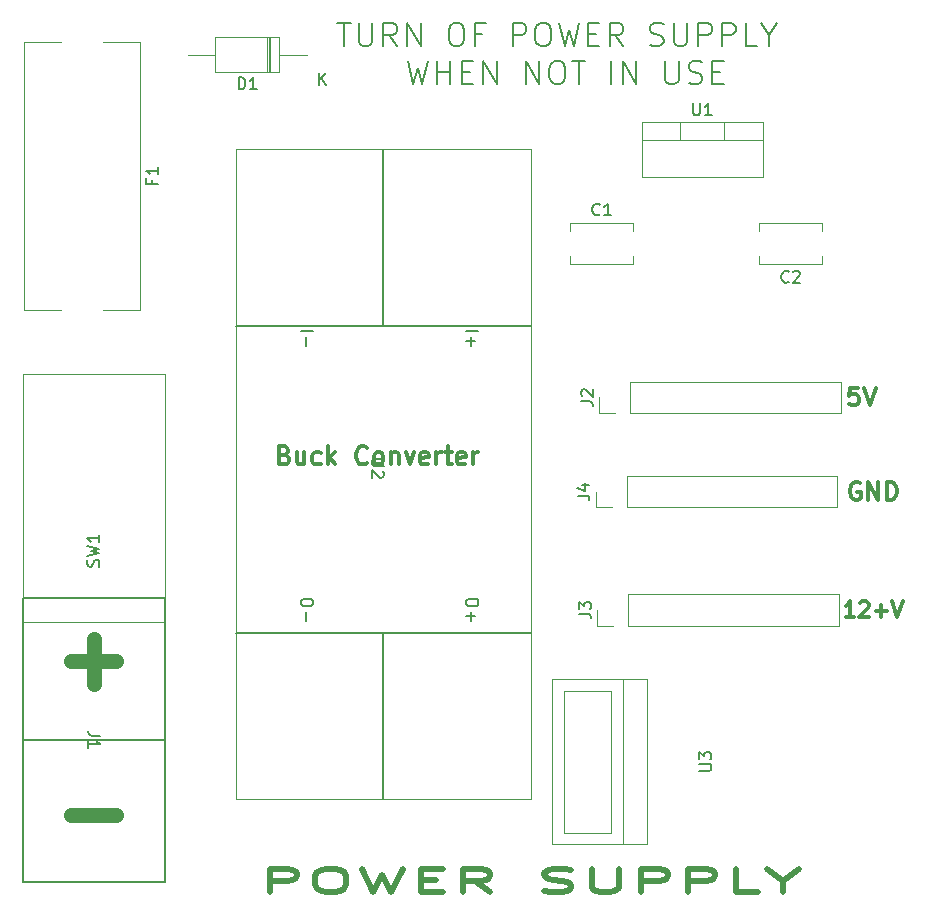
<source format=gbr>
%TF.GenerationSoftware,KiCad,Pcbnew,(6.0.4)*%
%TF.CreationDate,2022-09-19T22:09:22+05:30*%
%TF.ProjectId,fullsupply,66756c6c-7375-4707-906c-792e6b696361,rev?*%
%TF.SameCoordinates,Original*%
%TF.FileFunction,Legend,Top*%
%TF.FilePolarity,Positive*%
%FSLAX46Y46*%
G04 Gerber Fmt 4.6, Leading zero omitted, Abs format (unit mm)*
G04 Created by KiCad (PCBNEW (6.0.4)) date 2022-09-19 22:09:22*
%MOMM*%
%LPD*%
G01*
G04 APERTURE LIST*
%ADD10C,0.150000*%
%ADD11C,0.500000*%
%ADD12C,0.300000*%
%ADD13C,1.250000*%
%ADD14C,0.120000*%
G04 APERTURE END LIST*
D10*
X97000000Y-130000000D02*
X122000000Y-130000000D01*
X79000000Y-127000000D02*
X91000000Y-127000000D01*
X91000000Y-127000000D02*
X91000000Y-151000000D01*
X91000000Y-151000000D02*
X79000000Y-151000000D01*
X79000000Y-151000000D02*
X79000000Y-127000000D01*
X109500000Y-104000000D02*
X109500000Y-89000000D01*
X97000000Y-104000000D02*
X122000000Y-104000000D01*
X91000000Y-139000000D02*
X79000000Y-139000000D01*
X109500000Y-130000000D02*
X109500000Y-144000000D01*
D11*
X99904761Y-151904761D02*
X99904761Y-149904761D01*
X101428571Y-149904761D01*
X101809523Y-150000000D01*
X102000000Y-150095238D01*
X102190476Y-150285714D01*
X102190476Y-150571428D01*
X102000000Y-150761904D01*
X101809523Y-150857142D01*
X101428571Y-150952380D01*
X99904761Y-150952380D01*
X104666666Y-149904761D02*
X105428571Y-149904761D01*
X105809523Y-150000000D01*
X106190476Y-150190476D01*
X106380952Y-150571428D01*
X106380952Y-151238095D01*
X106190476Y-151619047D01*
X105809523Y-151809523D01*
X105428571Y-151904761D01*
X104666666Y-151904761D01*
X104285714Y-151809523D01*
X103904761Y-151619047D01*
X103714285Y-151238095D01*
X103714285Y-150571428D01*
X103904761Y-150190476D01*
X104285714Y-150000000D01*
X104666666Y-149904761D01*
X107714285Y-149904761D02*
X108666666Y-151904761D01*
X109428571Y-150476190D01*
X110190476Y-151904761D01*
X111142857Y-149904761D01*
X112666666Y-150857142D02*
X114000000Y-150857142D01*
X114571428Y-151904761D02*
X112666666Y-151904761D01*
X112666666Y-149904761D01*
X114571428Y-149904761D01*
X118571428Y-151904761D02*
X117238095Y-150952380D01*
X116285714Y-151904761D02*
X116285714Y-149904761D01*
X117809523Y-149904761D01*
X118190476Y-150000000D01*
X118380952Y-150095238D01*
X118571428Y-150285714D01*
X118571428Y-150571428D01*
X118380952Y-150761904D01*
X118190476Y-150857142D01*
X117809523Y-150952380D01*
X116285714Y-150952380D01*
X123142857Y-151809523D02*
X123714285Y-151904761D01*
X124666666Y-151904761D01*
X125047619Y-151809523D01*
X125238095Y-151714285D01*
X125428571Y-151523809D01*
X125428571Y-151333333D01*
X125238095Y-151142857D01*
X125047619Y-151047619D01*
X124666666Y-150952380D01*
X123904761Y-150857142D01*
X123523809Y-150761904D01*
X123333333Y-150666666D01*
X123142857Y-150476190D01*
X123142857Y-150285714D01*
X123333333Y-150095238D01*
X123523809Y-150000000D01*
X123904761Y-149904761D01*
X124857142Y-149904761D01*
X125428571Y-150000000D01*
X127142857Y-149904761D02*
X127142857Y-151523809D01*
X127333333Y-151714285D01*
X127523809Y-151809523D01*
X127904761Y-151904761D01*
X128666666Y-151904761D01*
X129047619Y-151809523D01*
X129238095Y-151714285D01*
X129428571Y-151523809D01*
X129428571Y-149904761D01*
X131333333Y-151904761D02*
X131333333Y-149904761D01*
X132857142Y-149904761D01*
X133238095Y-150000000D01*
X133428571Y-150095238D01*
X133619047Y-150285714D01*
X133619047Y-150571428D01*
X133428571Y-150761904D01*
X133238095Y-150857142D01*
X132857142Y-150952380D01*
X131333333Y-150952380D01*
X135333333Y-151904761D02*
X135333333Y-149904761D01*
X136857142Y-149904761D01*
X137238095Y-150000000D01*
X137428571Y-150095238D01*
X137619047Y-150285714D01*
X137619047Y-150571428D01*
X137428571Y-150761904D01*
X137238095Y-150857142D01*
X136857142Y-150952380D01*
X135333333Y-150952380D01*
X141238095Y-151904761D02*
X139333333Y-151904761D01*
X139333333Y-149904761D01*
X143333333Y-150952380D02*
X143333333Y-151904761D01*
X142000000Y-149904761D02*
X143333333Y-150952380D01*
X144666666Y-149904761D01*
D12*
X149714285Y-109178571D02*
X149000000Y-109178571D01*
X148928571Y-109892857D01*
X149000000Y-109821428D01*
X149142857Y-109750000D01*
X149500000Y-109750000D01*
X149642857Y-109821428D01*
X149714285Y-109892857D01*
X149785714Y-110035714D01*
X149785714Y-110392857D01*
X149714285Y-110535714D01*
X149642857Y-110607142D01*
X149500000Y-110678571D01*
X149142857Y-110678571D01*
X149000000Y-110607142D01*
X148928571Y-110535714D01*
X150214285Y-109178571D02*
X150714285Y-110678571D01*
X151214285Y-109178571D01*
D13*
X83095238Y-132357142D02*
X86904761Y-132357142D01*
X85000000Y-134261904D02*
X85000000Y-130452380D01*
D12*
X149390476Y-128588095D02*
X148647619Y-128588095D01*
X149019047Y-128588095D02*
X149019047Y-127288095D01*
X148895238Y-127473809D01*
X148771428Y-127597619D01*
X148647619Y-127659523D01*
X149885714Y-127411904D02*
X149947619Y-127350000D01*
X150071428Y-127288095D01*
X150380952Y-127288095D01*
X150504761Y-127350000D01*
X150566666Y-127411904D01*
X150628571Y-127535714D01*
X150628571Y-127659523D01*
X150566666Y-127845238D01*
X149823809Y-128588095D01*
X150628571Y-128588095D01*
X151185714Y-128092857D02*
X152176190Y-128092857D01*
X151680952Y-128588095D02*
X151680952Y-127597619D01*
X152609523Y-127288095D02*
X153042857Y-128588095D01*
X153476190Y-127288095D01*
D10*
X105619047Y-78294761D02*
X106761904Y-78294761D01*
X106190476Y-80294761D02*
X106190476Y-78294761D01*
X107428571Y-78294761D02*
X107428571Y-79913809D01*
X107523809Y-80104285D01*
X107619047Y-80199523D01*
X107809523Y-80294761D01*
X108190476Y-80294761D01*
X108380952Y-80199523D01*
X108476190Y-80104285D01*
X108571428Y-79913809D01*
X108571428Y-78294761D01*
X110666666Y-80294761D02*
X110000000Y-79342380D01*
X109523809Y-80294761D02*
X109523809Y-78294761D01*
X110285714Y-78294761D01*
X110476190Y-78390000D01*
X110571428Y-78485238D01*
X110666666Y-78675714D01*
X110666666Y-78961428D01*
X110571428Y-79151904D01*
X110476190Y-79247142D01*
X110285714Y-79342380D01*
X109523809Y-79342380D01*
X111523809Y-80294761D02*
X111523809Y-78294761D01*
X112666666Y-80294761D01*
X112666666Y-78294761D01*
X115523809Y-78294761D02*
X115904761Y-78294761D01*
X116095238Y-78390000D01*
X116285714Y-78580476D01*
X116380952Y-78961428D01*
X116380952Y-79628095D01*
X116285714Y-80009047D01*
X116095238Y-80199523D01*
X115904761Y-80294761D01*
X115523809Y-80294761D01*
X115333333Y-80199523D01*
X115142857Y-80009047D01*
X115047619Y-79628095D01*
X115047619Y-78961428D01*
X115142857Y-78580476D01*
X115333333Y-78390000D01*
X115523809Y-78294761D01*
X117904761Y-79247142D02*
X117238095Y-79247142D01*
X117238095Y-80294761D02*
X117238095Y-78294761D01*
X118190476Y-78294761D01*
X120476190Y-80294761D02*
X120476190Y-78294761D01*
X121238095Y-78294761D01*
X121428571Y-78390000D01*
X121523809Y-78485238D01*
X121619047Y-78675714D01*
X121619047Y-78961428D01*
X121523809Y-79151904D01*
X121428571Y-79247142D01*
X121238095Y-79342380D01*
X120476190Y-79342380D01*
X122857142Y-78294761D02*
X123238095Y-78294761D01*
X123428571Y-78390000D01*
X123619047Y-78580476D01*
X123714285Y-78961428D01*
X123714285Y-79628095D01*
X123619047Y-80009047D01*
X123428571Y-80199523D01*
X123238095Y-80294761D01*
X122857142Y-80294761D01*
X122666666Y-80199523D01*
X122476190Y-80009047D01*
X122380952Y-79628095D01*
X122380952Y-78961428D01*
X122476190Y-78580476D01*
X122666666Y-78390000D01*
X122857142Y-78294761D01*
X124380952Y-78294761D02*
X124857142Y-80294761D01*
X125238095Y-78866190D01*
X125619047Y-80294761D01*
X126095238Y-78294761D01*
X126857142Y-79247142D02*
X127523809Y-79247142D01*
X127809523Y-80294761D02*
X126857142Y-80294761D01*
X126857142Y-78294761D01*
X127809523Y-78294761D01*
X129809523Y-80294761D02*
X129142857Y-79342380D01*
X128666666Y-80294761D02*
X128666666Y-78294761D01*
X129428571Y-78294761D01*
X129619047Y-78390000D01*
X129714285Y-78485238D01*
X129809523Y-78675714D01*
X129809523Y-78961428D01*
X129714285Y-79151904D01*
X129619047Y-79247142D01*
X129428571Y-79342380D01*
X128666666Y-79342380D01*
X132095238Y-80199523D02*
X132380952Y-80294761D01*
X132857142Y-80294761D01*
X133047619Y-80199523D01*
X133142857Y-80104285D01*
X133238095Y-79913809D01*
X133238095Y-79723333D01*
X133142857Y-79532857D01*
X133047619Y-79437619D01*
X132857142Y-79342380D01*
X132476190Y-79247142D01*
X132285714Y-79151904D01*
X132190476Y-79056666D01*
X132095238Y-78866190D01*
X132095238Y-78675714D01*
X132190476Y-78485238D01*
X132285714Y-78390000D01*
X132476190Y-78294761D01*
X132952380Y-78294761D01*
X133238095Y-78390000D01*
X134095238Y-78294761D02*
X134095238Y-79913809D01*
X134190476Y-80104285D01*
X134285714Y-80199523D01*
X134476190Y-80294761D01*
X134857142Y-80294761D01*
X135047619Y-80199523D01*
X135142857Y-80104285D01*
X135238095Y-79913809D01*
X135238095Y-78294761D01*
X136190476Y-80294761D02*
X136190476Y-78294761D01*
X136952380Y-78294761D01*
X137142857Y-78390000D01*
X137238095Y-78485238D01*
X137333333Y-78675714D01*
X137333333Y-78961428D01*
X137238095Y-79151904D01*
X137142857Y-79247142D01*
X136952380Y-79342380D01*
X136190476Y-79342380D01*
X138190476Y-80294761D02*
X138190476Y-78294761D01*
X138952380Y-78294761D01*
X139142857Y-78390000D01*
X139238095Y-78485238D01*
X139333333Y-78675714D01*
X139333333Y-78961428D01*
X139238095Y-79151904D01*
X139142857Y-79247142D01*
X138952380Y-79342380D01*
X138190476Y-79342380D01*
X141142857Y-80294761D02*
X140190476Y-80294761D01*
X140190476Y-78294761D01*
X142190476Y-79342380D02*
X142190476Y-80294761D01*
X141523809Y-78294761D02*
X142190476Y-79342380D01*
X142857142Y-78294761D01*
X111571428Y-81514761D02*
X112047619Y-83514761D01*
X112428571Y-82086190D01*
X112809523Y-83514761D01*
X113285714Y-81514761D01*
X114047619Y-83514761D02*
X114047619Y-81514761D01*
X114047619Y-82467142D02*
X115190476Y-82467142D01*
X115190476Y-83514761D02*
X115190476Y-81514761D01*
X116142857Y-82467142D02*
X116809523Y-82467142D01*
X117095238Y-83514761D02*
X116142857Y-83514761D01*
X116142857Y-81514761D01*
X117095238Y-81514761D01*
X117952380Y-83514761D02*
X117952380Y-81514761D01*
X119095238Y-83514761D01*
X119095238Y-81514761D01*
X121571428Y-83514761D02*
X121571428Y-81514761D01*
X122714285Y-83514761D01*
X122714285Y-81514761D01*
X124047619Y-81514761D02*
X124428571Y-81514761D01*
X124619047Y-81610000D01*
X124809523Y-81800476D01*
X124904761Y-82181428D01*
X124904761Y-82848095D01*
X124809523Y-83229047D01*
X124619047Y-83419523D01*
X124428571Y-83514761D01*
X124047619Y-83514761D01*
X123857142Y-83419523D01*
X123666666Y-83229047D01*
X123571428Y-82848095D01*
X123571428Y-82181428D01*
X123666666Y-81800476D01*
X123857142Y-81610000D01*
X124047619Y-81514761D01*
X125476190Y-81514761D02*
X126619047Y-81514761D01*
X126047619Y-83514761D02*
X126047619Y-81514761D01*
X128809523Y-83514761D02*
X128809523Y-81514761D01*
X129761904Y-83514761D02*
X129761904Y-81514761D01*
X130904761Y-83514761D01*
X130904761Y-81514761D01*
X133380952Y-81514761D02*
X133380952Y-83133809D01*
X133476190Y-83324285D01*
X133571428Y-83419523D01*
X133761904Y-83514761D01*
X134142857Y-83514761D01*
X134333333Y-83419523D01*
X134428571Y-83324285D01*
X134523809Y-83133809D01*
X134523809Y-81514761D01*
X135380952Y-83419523D02*
X135666666Y-83514761D01*
X136142857Y-83514761D01*
X136333333Y-83419523D01*
X136428571Y-83324285D01*
X136523809Y-83133809D01*
X136523809Y-82943333D01*
X136428571Y-82752857D01*
X136333333Y-82657619D01*
X136142857Y-82562380D01*
X135761904Y-82467142D01*
X135571428Y-82371904D01*
X135476190Y-82276666D01*
X135380952Y-82086190D01*
X135380952Y-81895714D01*
X135476190Y-81705238D01*
X135571428Y-81610000D01*
X135761904Y-81514761D01*
X136238095Y-81514761D01*
X136523809Y-81610000D01*
X137380952Y-82467142D02*
X138047619Y-82467142D01*
X138333333Y-83514761D02*
X137380952Y-83514761D01*
X137380952Y-81514761D01*
X138333333Y-81514761D01*
D13*
X83095238Y-145357142D02*
X86904761Y-145357142D01*
D12*
X149857142Y-117250000D02*
X149714285Y-117178571D01*
X149500000Y-117178571D01*
X149285714Y-117250000D01*
X149142857Y-117392857D01*
X149071428Y-117535714D01*
X149000000Y-117821428D01*
X149000000Y-118035714D01*
X149071428Y-118321428D01*
X149142857Y-118464285D01*
X149285714Y-118607142D01*
X149500000Y-118678571D01*
X149642857Y-118678571D01*
X149857142Y-118607142D01*
X149928571Y-118535714D01*
X149928571Y-118035714D01*
X149642857Y-118035714D01*
X150571428Y-118678571D02*
X150571428Y-117178571D01*
X151428571Y-118678571D01*
X151428571Y-117178571D01*
X152142857Y-118678571D02*
X152142857Y-117178571D01*
X152500000Y-117178571D01*
X152714285Y-117250000D01*
X152857142Y-117392857D01*
X152928571Y-117535714D01*
X153000000Y-117821428D01*
X153000000Y-118035714D01*
X152928571Y-118321428D01*
X152857142Y-118464285D01*
X152714285Y-118607142D01*
X152500000Y-118678571D01*
X152142857Y-118678571D01*
D10*
%TO.C,C2*%
X143833333Y-100207142D02*
X143785714Y-100254761D01*
X143642857Y-100302380D01*
X143547619Y-100302380D01*
X143404761Y-100254761D01*
X143309523Y-100159523D01*
X143261904Y-100064285D01*
X143214285Y-99873809D01*
X143214285Y-99730952D01*
X143261904Y-99540476D01*
X143309523Y-99445238D01*
X143404761Y-99350000D01*
X143547619Y-99302380D01*
X143642857Y-99302380D01*
X143785714Y-99350000D01*
X143833333Y-99397619D01*
X144214285Y-99397619D02*
X144261904Y-99350000D01*
X144357142Y-99302380D01*
X144595238Y-99302380D01*
X144690476Y-99350000D01*
X144738095Y-99397619D01*
X144785714Y-99492857D01*
X144785714Y-99588095D01*
X144738095Y-99730952D01*
X144166666Y-100302380D01*
X144785714Y-100302380D01*
%TO.C,J4*%
X125962380Y-118333333D02*
X126676666Y-118333333D01*
X126819523Y-118380952D01*
X126914761Y-118476190D01*
X126962380Y-118619047D01*
X126962380Y-118714285D01*
X126295714Y-117428571D02*
X126962380Y-117428571D01*
X125914761Y-117666666D02*
X126629047Y-117904761D01*
X126629047Y-117285714D01*
%TO.C,D1*%
X97261904Y-83922380D02*
X97261904Y-82922380D01*
X97500000Y-82922380D01*
X97642857Y-82970000D01*
X97738095Y-83065238D01*
X97785714Y-83160476D01*
X97833333Y-83350952D01*
X97833333Y-83493809D01*
X97785714Y-83684285D01*
X97738095Y-83779523D01*
X97642857Y-83874761D01*
X97500000Y-83922380D01*
X97261904Y-83922380D01*
X98785714Y-83922380D02*
X98214285Y-83922380D01*
X98500000Y-83922380D02*
X98500000Y-82922380D01*
X98404761Y-83065238D01*
X98309523Y-83160476D01*
X98214285Y-83208095D01*
X104088095Y-83552380D02*
X104088095Y-82552380D01*
X104659523Y-83552380D02*
X104230952Y-82980952D01*
X104659523Y-82552380D02*
X104088095Y-83123809D01*
%TO.C,J3*%
X126097380Y-128333333D02*
X126811666Y-128333333D01*
X126954523Y-128380952D01*
X127049761Y-128476190D01*
X127097380Y-128619047D01*
X127097380Y-128714285D01*
X126097380Y-127952380D02*
X126097380Y-127333333D01*
X126478333Y-127666666D01*
X126478333Y-127523809D01*
X126525952Y-127428571D01*
X126573571Y-127380952D01*
X126668809Y-127333333D01*
X126906904Y-127333333D01*
X127002142Y-127380952D01*
X127049761Y-127428571D01*
X127097380Y-127523809D01*
X127097380Y-127809523D01*
X127049761Y-127904761D01*
X127002142Y-127952380D01*
%TO.C,U3*%
X136277380Y-141611904D02*
X137086904Y-141611904D01*
X137182142Y-141564285D01*
X137229761Y-141516666D01*
X137277380Y-141421428D01*
X137277380Y-141230952D01*
X137229761Y-141135714D01*
X137182142Y-141088095D01*
X137086904Y-141040476D01*
X136277380Y-141040476D01*
X136277380Y-140659523D02*
X136277380Y-140040476D01*
X136658333Y-140373809D01*
X136658333Y-140230952D01*
X136705952Y-140135714D01*
X136753571Y-140088095D01*
X136848809Y-140040476D01*
X137086904Y-140040476D01*
X137182142Y-140088095D01*
X137229761Y-140135714D01*
X137277380Y-140230952D01*
X137277380Y-140516666D01*
X137229761Y-140611904D01*
X137182142Y-140659523D01*
%TO.C,C1*%
X127833333Y-94507142D02*
X127785714Y-94554761D01*
X127642857Y-94602380D01*
X127547619Y-94602380D01*
X127404761Y-94554761D01*
X127309523Y-94459523D01*
X127261904Y-94364285D01*
X127214285Y-94173809D01*
X127214285Y-94030952D01*
X127261904Y-93840476D01*
X127309523Y-93745238D01*
X127404761Y-93650000D01*
X127547619Y-93602380D01*
X127642857Y-93602380D01*
X127785714Y-93650000D01*
X127833333Y-93697619D01*
X128785714Y-94602380D02*
X128214285Y-94602380D01*
X128500000Y-94602380D02*
X128500000Y-93602380D01*
X128404761Y-93745238D01*
X128309523Y-93840476D01*
X128214285Y-93888095D01*
%TO.C,J2*%
X126247380Y-110333333D02*
X126961666Y-110333333D01*
X127104523Y-110380952D01*
X127199761Y-110476190D01*
X127247380Y-110619047D01*
X127247380Y-110714285D01*
X126342619Y-109904761D02*
X126295000Y-109857142D01*
X126247380Y-109761904D01*
X126247380Y-109523809D01*
X126295000Y-109428571D01*
X126342619Y-109380952D01*
X126437857Y-109333333D01*
X126533095Y-109333333D01*
X126675952Y-109380952D01*
X127247380Y-109952380D01*
X127247380Y-109333333D01*
%TO.C,J1*%
X85547619Y-138666666D02*
X84833333Y-138666666D01*
X84690476Y-138619047D01*
X84595238Y-138523809D01*
X84547619Y-138380952D01*
X84547619Y-138285714D01*
X84547619Y-139666666D02*
X84547619Y-139095238D01*
X84547619Y-139380952D02*
X85547619Y-139380952D01*
X85404761Y-139285714D01*
X85309523Y-139190476D01*
X85261904Y-139095238D01*
D12*
%TO.C,Buck Converter*%
X101162285Y-114891142D02*
X101380000Y-114963714D01*
X101452571Y-115036285D01*
X101525142Y-115181428D01*
X101525142Y-115399142D01*
X101452571Y-115544285D01*
X101380000Y-115616857D01*
X101234857Y-115689428D01*
X100654285Y-115689428D01*
X100654285Y-114165428D01*
X101162285Y-114165428D01*
X101307428Y-114238000D01*
X101380000Y-114310571D01*
X101452571Y-114455714D01*
X101452571Y-114600857D01*
X101380000Y-114746000D01*
X101307428Y-114818571D01*
X101162285Y-114891142D01*
X100654285Y-114891142D01*
X102831428Y-114673428D02*
X102831428Y-115689428D01*
X102178285Y-114673428D02*
X102178285Y-115471714D01*
X102250857Y-115616857D01*
X102396000Y-115689428D01*
X102613714Y-115689428D01*
X102758857Y-115616857D01*
X102831428Y-115544285D01*
X104210285Y-115616857D02*
X104065142Y-115689428D01*
X103774857Y-115689428D01*
X103629714Y-115616857D01*
X103557142Y-115544285D01*
X103484571Y-115399142D01*
X103484571Y-114963714D01*
X103557142Y-114818571D01*
X103629714Y-114746000D01*
X103774857Y-114673428D01*
X104065142Y-114673428D01*
X104210285Y-114746000D01*
X104863428Y-115689428D02*
X104863428Y-114165428D01*
X105008571Y-115108857D02*
X105444000Y-115689428D01*
X105444000Y-114673428D02*
X104863428Y-115254000D01*
X108129142Y-115544285D02*
X108056571Y-115616857D01*
X107838857Y-115689428D01*
X107693714Y-115689428D01*
X107476000Y-115616857D01*
X107330857Y-115471714D01*
X107258285Y-115326571D01*
X107185714Y-115036285D01*
X107185714Y-114818571D01*
X107258285Y-114528285D01*
X107330857Y-114383142D01*
X107476000Y-114238000D01*
X107693714Y-114165428D01*
X107838857Y-114165428D01*
X108056571Y-114238000D01*
X108129142Y-114310571D01*
X109000000Y-115689428D02*
X108854857Y-115616857D01*
X108782285Y-115544285D01*
X108709714Y-115399142D01*
X108709714Y-114963714D01*
X108782285Y-114818571D01*
X108854857Y-114746000D01*
X109000000Y-114673428D01*
X109217714Y-114673428D01*
X109362857Y-114746000D01*
X109435428Y-114818571D01*
X109508000Y-114963714D01*
X109508000Y-115399142D01*
X109435428Y-115544285D01*
X109362857Y-115616857D01*
X109217714Y-115689428D01*
X109000000Y-115689428D01*
X110161142Y-114673428D02*
X110161142Y-115689428D01*
X110161142Y-114818571D02*
X110233714Y-114746000D01*
X110378857Y-114673428D01*
X110596571Y-114673428D01*
X110741714Y-114746000D01*
X110814285Y-114891142D01*
X110814285Y-115689428D01*
X111394857Y-114673428D02*
X111757714Y-115689428D01*
X112120571Y-114673428D01*
X113281714Y-115616857D02*
X113136571Y-115689428D01*
X112846285Y-115689428D01*
X112701142Y-115616857D01*
X112628571Y-115471714D01*
X112628571Y-114891142D01*
X112701142Y-114746000D01*
X112846285Y-114673428D01*
X113136571Y-114673428D01*
X113281714Y-114746000D01*
X113354285Y-114891142D01*
X113354285Y-115036285D01*
X112628571Y-115181428D01*
X114007428Y-115689428D02*
X114007428Y-114673428D01*
X114007428Y-114963714D02*
X114080000Y-114818571D01*
X114152571Y-114746000D01*
X114297714Y-114673428D01*
X114442857Y-114673428D01*
X114733142Y-114673428D02*
X115313714Y-114673428D01*
X114950857Y-114165428D02*
X114950857Y-115471714D01*
X115023428Y-115616857D01*
X115168571Y-115689428D01*
X115313714Y-115689428D01*
X116402285Y-115616857D02*
X116257142Y-115689428D01*
X115966857Y-115689428D01*
X115821714Y-115616857D01*
X115749142Y-115471714D01*
X115749142Y-114891142D01*
X115821714Y-114746000D01*
X115966857Y-114673428D01*
X116257142Y-114673428D01*
X116402285Y-114746000D01*
X116474857Y-114891142D01*
X116474857Y-115036285D01*
X115749142Y-115181428D01*
X117128000Y-115689428D02*
X117128000Y-114673428D01*
X117128000Y-114963714D02*
X117200571Y-114818571D01*
X117273142Y-114746000D01*
X117418285Y-114673428D01*
X117563428Y-114673428D01*
D10*
%TO.C,F1*%
X89928571Y-91583333D02*
X89928571Y-91916666D01*
X90452380Y-91916666D02*
X89452380Y-91916666D01*
X89452380Y-91440476D01*
X90452380Y-90535714D02*
X90452380Y-91107142D01*
X90452380Y-90821428D02*
X89452380Y-90821428D01*
X89595238Y-90916666D01*
X89690476Y-91011904D01*
X89738095Y-91107142D01*
%TO.C,SW1*%
X85404761Y-124333333D02*
X85452380Y-124190476D01*
X85452380Y-123952380D01*
X85404761Y-123857142D01*
X85357142Y-123809523D01*
X85261904Y-123761904D01*
X85166666Y-123761904D01*
X85071428Y-123809523D01*
X85023809Y-123857142D01*
X84976190Y-123952380D01*
X84928571Y-124142857D01*
X84880952Y-124238095D01*
X84833333Y-124285714D01*
X84738095Y-124333333D01*
X84642857Y-124333333D01*
X84547619Y-124285714D01*
X84500000Y-124238095D01*
X84452380Y-124142857D01*
X84452380Y-123904761D01*
X84500000Y-123761904D01*
X84452380Y-123428571D02*
X85452380Y-123190476D01*
X84738095Y-123000000D01*
X85452380Y-122809523D01*
X84452380Y-122571428D01*
X85452380Y-121666666D02*
X85452380Y-122238095D01*
X85452380Y-121952380D02*
X84452380Y-121952380D01*
X84595238Y-122047619D01*
X84690476Y-122142857D01*
X84738095Y-122238095D01*
%TO.C,U2*%
X109547619Y-115238095D02*
X108738095Y-115238095D01*
X108642857Y-115285714D01*
X108595238Y-115333333D01*
X108547619Y-115428571D01*
X108547619Y-115619047D01*
X108595238Y-115714285D01*
X108642857Y-115761904D01*
X108738095Y-115809523D01*
X109547619Y-115809523D01*
X109452380Y-116238095D02*
X109500000Y-116285714D01*
X109547619Y-116380952D01*
X109547619Y-116619047D01*
X109500000Y-116714285D01*
X109452380Y-116761904D01*
X109357142Y-116809523D01*
X109261904Y-116809523D01*
X109119047Y-116761904D01*
X108547619Y-116190476D01*
X108547619Y-116809523D01*
X102547619Y-104380952D02*
X103547619Y-104380952D01*
X102928571Y-104857142D02*
X102928571Y-105619047D01*
X117547619Y-127285714D02*
X117547619Y-127476190D01*
X117500000Y-127571428D01*
X117404761Y-127666666D01*
X117214285Y-127714285D01*
X116880952Y-127714285D01*
X116690476Y-127666666D01*
X116595238Y-127571428D01*
X116547619Y-127476190D01*
X116547619Y-127285714D01*
X116595238Y-127190476D01*
X116690476Y-127095238D01*
X116880952Y-127047619D01*
X117214285Y-127047619D01*
X117404761Y-127095238D01*
X117500000Y-127190476D01*
X117547619Y-127285714D01*
X116928571Y-128142857D02*
X116928571Y-128904761D01*
X116547619Y-128523809D02*
X117309523Y-128523809D01*
X116547619Y-104380952D02*
X117547619Y-104380952D01*
X116928571Y-104857142D02*
X116928571Y-105619047D01*
X116547619Y-105238095D02*
X117309523Y-105238095D01*
X103547619Y-127285714D02*
X103547619Y-127476190D01*
X103500000Y-127571428D01*
X103404761Y-127666666D01*
X103214285Y-127714285D01*
X102880952Y-127714285D01*
X102690476Y-127666666D01*
X102595238Y-127571428D01*
X102547619Y-127476190D01*
X102547619Y-127285714D01*
X102595238Y-127190476D01*
X102690476Y-127095238D01*
X102880952Y-127047619D01*
X103214285Y-127047619D01*
X103404761Y-127095238D01*
X103500000Y-127190476D01*
X103547619Y-127285714D01*
X102928571Y-128142857D02*
X102928571Y-128904761D01*
%TO.C,U1*%
X135738095Y-85127380D02*
X135738095Y-85936904D01*
X135785714Y-86032142D01*
X135833333Y-86079761D01*
X135928571Y-86127380D01*
X136119047Y-86127380D01*
X136214285Y-86079761D01*
X136261904Y-86032142D01*
X136309523Y-85936904D01*
X136309523Y-85127380D01*
X137309523Y-86127380D02*
X136738095Y-86127380D01*
X137023809Y-86127380D02*
X137023809Y-85127380D01*
X136928571Y-85270238D01*
X136833333Y-85365476D01*
X136738095Y-85413095D01*
D14*
%TO.C,C2*%
X141330000Y-95945000D02*
X141330000Y-95279000D01*
X141330000Y-98721000D02*
X141330000Y-98055000D01*
X146670000Y-95279000D02*
X141330000Y-95279000D01*
X146670000Y-95945000D02*
X146670000Y-95279000D01*
X146670000Y-98721000D02*
X146670000Y-98055000D01*
X146670000Y-98721000D02*
X141330000Y-98721000D01*
%TO.C,J4*%
X130110000Y-116670000D02*
X147950000Y-116670000D01*
X127510000Y-119330000D02*
X127510000Y-118000000D01*
X147950000Y-119330000D02*
X147950000Y-116670000D01*
X130110000Y-119330000D02*
X147950000Y-119330000D01*
X128840000Y-119330000D02*
X127510000Y-119330000D01*
X130110000Y-119330000D02*
X130110000Y-116670000D01*
%TO.C,D1*%
X103010000Y-81000000D02*
X100720000Y-81000000D01*
X95280000Y-82470000D02*
X100720000Y-82470000D01*
X92990000Y-81000000D02*
X95280000Y-81000000D01*
X99940000Y-82470000D02*
X99940000Y-79530000D01*
X100720000Y-79530000D02*
X95280000Y-79530000D01*
X99700000Y-82470000D02*
X99700000Y-79530000D01*
X100720000Y-82470000D02*
X100720000Y-79530000D01*
X95280000Y-79530000D02*
X95280000Y-82470000D01*
X99820000Y-82470000D02*
X99820000Y-79530000D01*
%TO.C,J3*%
X130245000Y-129330000D02*
X130245000Y-126670000D01*
X130245000Y-126670000D02*
X148085000Y-126670000D01*
X128975000Y-129330000D02*
X127645000Y-129330000D01*
X127645000Y-129330000D02*
X127645000Y-128000000D01*
X130245000Y-129330000D02*
X148085000Y-129330000D01*
X148085000Y-129330000D02*
X148085000Y-126670000D01*
%TO.C,U3*%
X131825000Y-147850000D02*
X131825000Y-133850000D01*
X131825000Y-133850000D02*
X129825000Y-133850000D01*
X129825000Y-147850000D02*
X131825000Y-147850000D01*
X124825000Y-146850000D02*
X128825000Y-146850000D01*
X128825000Y-146850000D02*
X128825000Y-134850000D01*
X128825000Y-134850000D02*
X124825000Y-134850000D01*
X124825000Y-134850000D02*
X124825000Y-146850000D01*
X123825000Y-147850000D02*
X129825000Y-147850000D01*
X129825000Y-147850000D02*
X129825000Y-133850000D01*
X129825000Y-133850000D02*
X123825000Y-133850000D01*
X123825000Y-133850000D02*
X123825000Y-147850000D01*
%TO.C,C1*%
X125330000Y-95279000D02*
X125330000Y-95945000D01*
X125330000Y-98055000D02*
X125330000Y-98721000D01*
X130670000Y-98055000D02*
X130670000Y-98721000D01*
X130670000Y-95279000D02*
X130670000Y-95945000D01*
X125330000Y-98721000D02*
X130670000Y-98721000D01*
X125330000Y-95279000D02*
X130670000Y-95279000D01*
%TO.C,J2*%
X148235000Y-111330000D02*
X148235000Y-108670000D01*
X129125000Y-111330000D02*
X127795000Y-111330000D01*
X127795000Y-111330000D02*
X127795000Y-110000000D01*
X130395000Y-111330000D02*
X130395000Y-108670000D01*
X130395000Y-111330000D02*
X148235000Y-111330000D01*
X130395000Y-108670000D02*
X148235000Y-108670000D01*
%TO.C,F1*%
X79090000Y-79890000D02*
X82250000Y-79890000D01*
X79090000Y-102610000D02*
X82250000Y-102610000D01*
X79090000Y-79890000D02*
X79090000Y-102610000D01*
X85750000Y-102610000D02*
X88910000Y-102610000D01*
X88910000Y-79890000D02*
X88910000Y-102610000D01*
X85750000Y-79890000D02*
X88910000Y-79890000D01*
%TO.C,SW1*%
X79000000Y-129000000D02*
X91000000Y-129000000D01*
X91000000Y-129000000D02*
X91000000Y-108000000D01*
X91000000Y-108000000D02*
X79000000Y-108000000D01*
X79000000Y-108000000D02*
X79000000Y-129000000D01*
%TO.C,U2*%
X122000000Y-89000000D02*
X97000000Y-89000000D01*
X97000000Y-89000000D02*
X97000000Y-144000000D01*
X97000000Y-144000000D02*
X122000000Y-144000000D01*
X122000000Y-144000000D02*
X122000000Y-89000000D01*
%TO.C,U1*%
X131380000Y-86675000D02*
X131380000Y-91316000D01*
X131380000Y-86675000D02*
X141620000Y-86675000D01*
X141620000Y-86675000D02*
X141620000Y-91316000D01*
X138351000Y-86675000D02*
X138351000Y-88185000D01*
X134650000Y-86675000D02*
X134650000Y-88185000D01*
X131380000Y-91316000D02*
X141620000Y-91316000D01*
X131380000Y-88185000D02*
X141620000Y-88185000D01*
%TD*%
M02*

</source>
